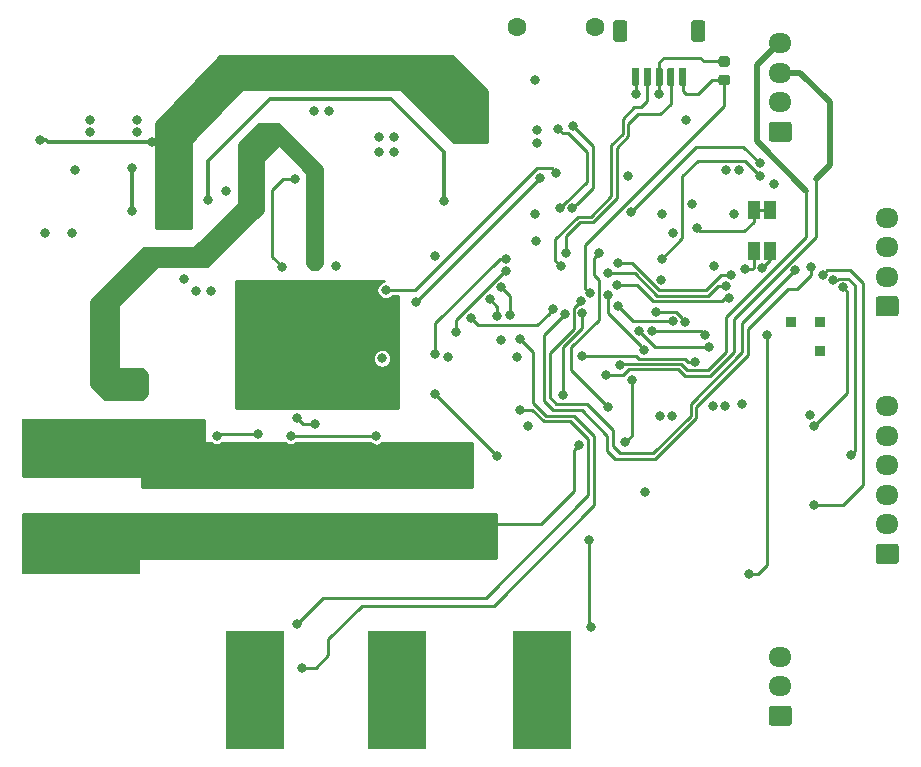
<source format=gbr>
G04 #@! TF.GenerationSoftware,KiCad,Pcbnew,(5.1.2)-2*
G04 #@! TF.CreationDate,2020-04-08T13:50:03-07:00*
G04 #@! TF.ProjectId,flatmcu,666c6174-6d63-4752-9e6b-696361645f70,rev?*
G04 #@! TF.SameCoordinates,PX1312d00PY1312d00*
G04 #@! TF.FileFunction,Copper,L4,Bot*
G04 #@! TF.FilePolarity,Positive*
%FSLAX46Y46*%
G04 Gerber Fmt 4.6, Leading zero omitted, Abs format (unit mm)*
G04 Created by KiCad (PCBNEW (5.1.2)-2) date 2020-04-08 13:50:03*
%MOMM*%
%LPD*%
G04 APERTURE LIST*
%ADD10R,0.850000X0.850000*%
%ADD11C,0.575000*%
%ADD12C,0.100000*%
%ADD13C,1.200000*%
%ADD14C,0.600000*%
%ADD15C,1.600000*%
%ADD16O,1.950000X1.700000*%
%ADD17C,1.700000*%
%ADD18C,0.875000*%
%ADD19R,1.000000X1.500000*%
%ADD20R,5.000000X10.000000*%
%ADD21R,10.000000X5.000000*%
%ADD22C,0.800000*%
%ADD23C,0.250000*%
%ADD24C,0.350000*%
%ADD25C,0.500000*%
%ADD26C,0.254000*%
G04 APERTURE END LIST*
D10*
X70900000Y-31400000D03*
X73400000Y-31400000D03*
X73400000Y-33900000D03*
D11*
X32775000Y-33109875D03*
X32775000Y-31866125D03*
X31625000Y-34353625D03*
X31625000Y-33109875D03*
X31625000Y-31866125D03*
X31625000Y-30622375D03*
X30475000Y-34353625D03*
X30475000Y-33109875D03*
X30475000Y-31866125D03*
X30475000Y-30622375D03*
X29325000Y-33109875D03*
X29325000Y-31866125D03*
D12*
G36*
X63424505Y-5876204D02*
G01*
X63448773Y-5879804D01*
X63472572Y-5885765D01*
X63495671Y-5894030D01*
X63517850Y-5904520D01*
X63538893Y-5917132D01*
X63558599Y-5931747D01*
X63576777Y-5948223D01*
X63593253Y-5966401D01*
X63607868Y-5986107D01*
X63620480Y-6007150D01*
X63630970Y-6029329D01*
X63639235Y-6052428D01*
X63645196Y-6076227D01*
X63648796Y-6100495D01*
X63650000Y-6124999D01*
X63650000Y-7425001D01*
X63648796Y-7449505D01*
X63645196Y-7473773D01*
X63639235Y-7497572D01*
X63630970Y-7520671D01*
X63620480Y-7542850D01*
X63607868Y-7563893D01*
X63593253Y-7583599D01*
X63576777Y-7601777D01*
X63558599Y-7618253D01*
X63538893Y-7632868D01*
X63517850Y-7645480D01*
X63495671Y-7655970D01*
X63472572Y-7664235D01*
X63448773Y-7670196D01*
X63424505Y-7673796D01*
X63400001Y-7675000D01*
X62699999Y-7675000D01*
X62675495Y-7673796D01*
X62651227Y-7670196D01*
X62627428Y-7664235D01*
X62604329Y-7655970D01*
X62582150Y-7645480D01*
X62561107Y-7632868D01*
X62541401Y-7618253D01*
X62523223Y-7601777D01*
X62506747Y-7583599D01*
X62492132Y-7563893D01*
X62479520Y-7542850D01*
X62469030Y-7520671D01*
X62460765Y-7497572D01*
X62454804Y-7473773D01*
X62451204Y-7449505D01*
X62450000Y-7425001D01*
X62450000Y-6124999D01*
X62451204Y-6100495D01*
X62454804Y-6076227D01*
X62460765Y-6052428D01*
X62469030Y-6029329D01*
X62479520Y-6007150D01*
X62492132Y-5986107D01*
X62506747Y-5966401D01*
X62523223Y-5948223D01*
X62541401Y-5931747D01*
X62561107Y-5917132D01*
X62582150Y-5904520D01*
X62604329Y-5894030D01*
X62627428Y-5885765D01*
X62651227Y-5879804D01*
X62675495Y-5876204D01*
X62699999Y-5875000D01*
X63400001Y-5875000D01*
X63424505Y-5876204D01*
X63424505Y-5876204D01*
G37*
D13*
X63050000Y-6775000D03*
D12*
G36*
X56824505Y-5876204D02*
G01*
X56848773Y-5879804D01*
X56872572Y-5885765D01*
X56895671Y-5894030D01*
X56917850Y-5904520D01*
X56938893Y-5917132D01*
X56958599Y-5931747D01*
X56976777Y-5948223D01*
X56993253Y-5966401D01*
X57007868Y-5986107D01*
X57020480Y-6007150D01*
X57030970Y-6029329D01*
X57039235Y-6052428D01*
X57045196Y-6076227D01*
X57048796Y-6100495D01*
X57050000Y-6124999D01*
X57050000Y-7425001D01*
X57048796Y-7449505D01*
X57045196Y-7473773D01*
X57039235Y-7497572D01*
X57030970Y-7520671D01*
X57020480Y-7542850D01*
X57007868Y-7563893D01*
X56993253Y-7583599D01*
X56976777Y-7601777D01*
X56958599Y-7618253D01*
X56938893Y-7632868D01*
X56917850Y-7645480D01*
X56895671Y-7655970D01*
X56872572Y-7664235D01*
X56848773Y-7670196D01*
X56824505Y-7673796D01*
X56800001Y-7675000D01*
X56099999Y-7675000D01*
X56075495Y-7673796D01*
X56051227Y-7670196D01*
X56027428Y-7664235D01*
X56004329Y-7655970D01*
X55982150Y-7645480D01*
X55961107Y-7632868D01*
X55941401Y-7618253D01*
X55923223Y-7601777D01*
X55906747Y-7583599D01*
X55892132Y-7563893D01*
X55879520Y-7542850D01*
X55869030Y-7520671D01*
X55860765Y-7497572D01*
X55854804Y-7473773D01*
X55851204Y-7449505D01*
X55850000Y-7425001D01*
X55850000Y-6124999D01*
X55851204Y-6100495D01*
X55854804Y-6076227D01*
X55860765Y-6052428D01*
X55869030Y-6029329D01*
X55879520Y-6007150D01*
X55892132Y-5986107D01*
X55906747Y-5966401D01*
X55923223Y-5948223D01*
X55941401Y-5931747D01*
X55961107Y-5917132D01*
X55982150Y-5904520D01*
X56004329Y-5894030D01*
X56027428Y-5885765D01*
X56051227Y-5879804D01*
X56075495Y-5876204D01*
X56099999Y-5875000D01*
X56800001Y-5875000D01*
X56824505Y-5876204D01*
X56824505Y-5876204D01*
G37*
D13*
X56450000Y-6775000D03*
D12*
G36*
X61914703Y-9875722D02*
G01*
X61929264Y-9877882D01*
X61943543Y-9881459D01*
X61957403Y-9886418D01*
X61970710Y-9892712D01*
X61983336Y-9900280D01*
X61995159Y-9909048D01*
X62006066Y-9918934D01*
X62015952Y-9929841D01*
X62024720Y-9941664D01*
X62032288Y-9954290D01*
X62038582Y-9967597D01*
X62043541Y-9981457D01*
X62047118Y-9995736D01*
X62049278Y-10010297D01*
X62050000Y-10025000D01*
X62050000Y-11275000D01*
X62049278Y-11289703D01*
X62047118Y-11304264D01*
X62043541Y-11318543D01*
X62038582Y-11332403D01*
X62032288Y-11345710D01*
X62024720Y-11358336D01*
X62015952Y-11370159D01*
X62006066Y-11381066D01*
X61995159Y-11390952D01*
X61983336Y-11399720D01*
X61970710Y-11407288D01*
X61957403Y-11413582D01*
X61943543Y-11418541D01*
X61929264Y-11422118D01*
X61914703Y-11424278D01*
X61900000Y-11425000D01*
X61600000Y-11425000D01*
X61585297Y-11424278D01*
X61570736Y-11422118D01*
X61556457Y-11418541D01*
X61542597Y-11413582D01*
X61529290Y-11407288D01*
X61516664Y-11399720D01*
X61504841Y-11390952D01*
X61493934Y-11381066D01*
X61484048Y-11370159D01*
X61475280Y-11358336D01*
X61467712Y-11345710D01*
X61461418Y-11332403D01*
X61456459Y-11318543D01*
X61452882Y-11304264D01*
X61450722Y-11289703D01*
X61450000Y-11275000D01*
X61450000Y-10025000D01*
X61450722Y-10010297D01*
X61452882Y-9995736D01*
X61456459Y-9981457D01*
X61461418Y-9967597D01*
X61467712Y-9954290D01*
X61475280Y-9941664D01*
X61484048Y-9929841D01*
X61493934Y-9918934D01*
X61504841Y-9909048D01*
X61516664Y-9900280D01*
X61529290Y-9892712D01*
X61542597Y-9886418D01*
X61556457Y-9881459D01*
X61570736Y-9877882D01*
X61585297Y-9875722D01*
X61600000Y-9875000D01*
X61900000Y-9875000D01*
X61914703Y-9875722D01*
X61914703Y-9875722D01*
G37*
D14*
X61750000Y-10650000D03*
D12*
G36*
X60914703Y-9875722D02*
G01*
X60929264Y-9877882D01*
X60943543Y-9881459D01*
X60957403Y-9886418D01*
X60970710Y-9892712D01*
X60983336Y-9900280D01*
X60995159Y-9909048D01*
X61006066Y-9918934D01*
X61015952Y-9929841D01*
X61024720Y-9941664D01*
X61032288Y-9954290D01*
X61038582Y-9967597D01*
X61043541Y-9981457D01*
X61047118Y-9995736D01*
X61049278Y-10010297D01*
X61050000Y-10025000D01*
X61050000Y-11275000D01*
X61049278Y-11289703D01*
X61047118Y-11304264D01*
X61043541Y-11318543D01*
X61038582Y-11332403D01*
X61032288Y-11345710D01*
X61024720Y-11358336D01*
X61015952Y-11370159D01*
X61006066Y-11381066D01*
X60995159Y-11390952D01*
X60983336Y-11399720D01*
X60970710Y-11407288D01*
X60957403Y-11413582D01*
X60943543Y-11418541D01*
X60929264Y-11422118D01*
X60914703Y-11424278D01*
X60900000Y-11425000D01*
X60600000Y-11425000D01*
X60585297Y-11424278D01*
X60570736Y-11422118D01*
X60556457Y-11418541D01*
X60542597Y-11413582D01*
X60529290Y-11407288D01*
X60516664Y-11399720D01*
X60504841Y-11390952D01*
X60493934Y-11381066D01*
X60484048Y-11370159D01*
X60475280Y-11358336D01*
X60467712Y-11345710D01*
X60461418Y-11332403D01*
X60456459Y-11318543D01*
X60452882Y-11304264D01*
X60450722Y-11289703D01*
X60450000Y-11275000D01*
X60450000Y-10025000D01*
X60450722Y-10010297D01*
X60452882Y-9995736D01*
X60456459Y-9981457D01*
X60461418Y-9967597D01*
X60467712Y-9954290D01*
X60475280Y-9941664D01*
X60484048Y-9929841D01*
X60493934Y-9918934D01*
X60504841Y-9909048D01*
X60516664Y-9900280D01*
X60529290Y-9892712D01*
X60542597Y-9886418D01*
X60556457Y-9881459D01*
X60570736Y-9877882D01*
X60585297Y-9875722D01*
X60600000Y-9875000D01*
X60900000Y-9875000D01*
X60914703Y-9875722D01*
X60914703Y-9875722D01*
G37*
D14*
X60750000Y-10650000D03*
D12*
G36*
X59914703Y-9875722D02*
G01*
X59929264Y-9877882D01*
X59943543Y-9881459D01*
X59957403Y-9886418D01*
X59970710Y-9892712D01*
X59983336Y-9900280D01*
X59995159Y-9909048D01*
X60006066Y-9918934D01*
X60015952Y-9929841D01*
X60024720Y-9941664D01*
X60032288Y-9954290D01*
X60038582Y-9967597D01*
X60043541Y-9981457D01*
X60047118Y-9995736D01*
X60049278Y-10010297D01*
X60050000Y-10025000D01*
X60050000Y-11275000D01*
X60049278Y-11289703D01*
X60047118Y-11304264D01*
X60043541Y-11318543D01*
X60038582Y-11332403D01*
X60032288Y-11345710D01*
X60024720Y-11358336D01*
X60015952Y-11370159D01*
X60006066Y-11381066D01*
X59995159Y-11390952D01*
X59983336Y-11399720D01*
X59970710Y-11407288D01*
X59957403Y-11413582D01*
X59943543Y-11418541D01*
X59929264Y-11422118D01*
X59914703Y-11424278D01*
X59900000Y-11425000D01*
X59600000Y-11425000D01*
X59585297Y-11424278D01*
X59570736Y-11422118D01*
X59556457Y-11418541D01*
X59542597Y-11413582D01*
X59529290Y-11407288D01*
X59516664Y-11399720D01*
X59504841Y-11390952D01*
X59493934Y-11381066D01*
X59484048Y-11370159D01*
X59475280Y-11358336D01*
X59467712Y-11345710D01*
X59461418Y-11332403D01*
X59456459Y-11318543D01*
X59452882Y-11304264D01*
X59450722Y-11289703D01*
X59450000Y-11275000D01*
X59450000Y-10025000D01*
X59450722Y-10010297D01*
X59452882Y-9995736D01*
X59456459Y-9981457D01*
X59461418Y-9967597D01*
X59467712Y-9954290D01*
X59475280Y-9941664D01*
X59484048Y-9929841D01*
X59493934Y-9918934D01*
X59504841Y-9909048D01*
X59516664Y-9900280D01*
X59529290Y-9892712D01*
X59542597Y-9886418D01*
X59556457Y-9881459D01*
X59570736Y-9877882D01*
X59585297Y-9875722D01*
X59600000Y-9875000D01*
X59900000Y-9875000D01*
X59914703Y-9875722D01*
X59914703Y-9875722D01*
G37*
D14*
X59750000Y-10650000D03*
D12*
G36*
X58914703Y-9875722D02*
G01*
X58929264Y-9877882D01*
X58943543Y-9881459D01*
X58957403Y-9886418D01*
X58970710Y-9892712D01*
X58983336Y-9900280D01*
X58995159Y-9909048D01*
X59006066Y-9918934D01*
X59015952Y-9929841D01*
X59024720Y-9941664D01*
X59032288Y-9954290D01*
X59038582Y-9967597D01*
X59043541Y-9981457D01*
X59047118Y-9995736D01*
X59049278Y-10010297D01*
X59050000Y-10025000D01*
X59050000Y-11275000D01*
X59049278Y-11289703D01*
X59047118Y-11304264D01*
X59043541Y-11318543D01*
X59038582Y-11332403D01*
X59032288Y-11345710D01*
X59024720Y-11358336D01*
X59015952Y-11370159D01*
X59006066Y-11381066D01*
X58995159Y-11390952D01*
X58983336Y-11399720D01*
X58970710Y-11407288D01*
X58957403Y-11413582D01*
X58943543Y-11418541D01*
X58929264Y-11422118D01*
X58914703Y-11424278D01*
X58900000Y-11425000D01*
X58600000Y-11425000D01*
X58585297Y-11424278D01*
X58570736Y-11422118D01*
X58556457Y-11418541D01*
X58542597Y-11413582D01*
X58529290Y-11407288D01*
X58516664Y-11399720D01*
X58504841Y-11390952D01*
X58493934Y-11381066D01*
X58484048Y-11370159D01*
X58475280Y-11358336D01*
X58467712Y-11345710D01*
X58461418Y-11332403D01*
X58456459Y-11318543D01*
X58452882Y-11304264D01*
X58450722Y-11289703D01*
X58450000Y-11275000D01*
X58450000Y-10025000D01*
X58450722Y-10010297D01*
X58452882Y-9995736D01*
X58456459Y-9981457D01*
X58461418Y-9967597D01*
X58467712Y-9954290D01*
X58475280Y-9941664D01*
X58484048Y-9929841D01*
X58493934Y-9918934D01*
X58504841Y-9909048D01*
X58516664Y-9900280D01*
X58529290Y-9892712D01*
X58542597Y-9886418D01*
X58556457Y-9881459D01*
X58570736Y-9877882D01*
X58585297Y-9875722D01*
X58600000Y-9875000D01*
X58900000Y-9875000D01*
X58914703Y-9875722D01*
X58914703Y-9875722D01*
G37*
D14*
X58750000Y-10650000D03*
D12*
G36*
X57914703Y-9875722D02*
G01*
X57929264Y-9877882D01*
X57943543Y-9881459D01*
X57957403Y-9886418D01*
X57970710Y-9892712D01*
X57983336Y-9900280D01*
X57995159Y-9909048D01*
X58006066Y-9918934D01*
X58015952Y-9929841D01*
X58024720Y-9941664D01*
X58032288Y-9954290D01*
X58038582Y-9967597D01*
X58043541Y-9981457D01*
X58047118Y-9995736D01*
X58049278Y-10010297D01*
X58050000Y-10025000D01*
X58050000Y-11275000D01*
X58049278Y-11289703D01*
X58047118Y-11304264D01*
X58043541Y-11318543D01*
X58038582Y-11332403D01*
X58032288Y-11345710D01*
X58024720Y-11358336D01*
X58015952Y-11370159D01*
X58006066Y-11381066D01*
X57995159Y-11390952D01*
X57983336Y-11399720D01*
X57970710Y-11407288D01*
X57957403Y-11413582D01*
X57943543Y-11418541D01*
X57929264Y-11422118D01*
X57914703Y-11424278D01*
X57900000Y-11425000D01*
X57600000Y-11425000D01*
X57585297Y-11424278D01*
X57570736Y-11422118D01*
X57556457Y-11418541D01*
X57542597Y-11413582D01*
X57529290Y-11407288D01*
X57516664Y-11399720D01*
X57504841Y-11390952D01*
X57493934Y-11381066D01*
X57484048Y-11370159D01*
X57475280Y-11358336D01*
X57467712Y-11345710D01*
X57461418Y-11332403D01*
X57456459Y-11318543D01*
X57452882Y-11304264D01*
X57450722Y-11289703D01*
X57450000Y-11275000D01*
X57450000Y-10025000D01*
X57450722Y-10010297D01*
X57452882Y-9995736D01*
X57456459Y-9981457D01*
X57461418Y-9967597D01*
X57467712Y-9954290D01*
X57475280Y-9941664D01*
X57484048Y-9929841D01*
X57493934Y-9918934D01*
X57504841Y-9909048D01*
X57516664Y-9900280D01*
X57529290Y-9892712D01*
X57542597Y-9886418D01*
X57556457Y-9881459D01*
X57570736Y-9877882D01*
X57585297Y-9875722D01*
X57600000Y-9875000D01*
X57900000Y-9875000D01*
X57914703Y-9875722D01*
X57914703Y-9875722D01*
G37*
D14*
X57750000Y-10650000D03*
D15*
X54300000Y-6450000D03*
X47700000Y-6450000D03*
D16*
X79050000Y-38550000D03*
X79050000Y-41050000D03*
X79050000Y-43550000D03*
X79050000Y-46050000D03*
X79050000Y-48550000D03*
D12*
G36*
X79799504Y-50201204D02*
G01*
X79823773Y-50204804D01*
X79847571Y-50210765D01*
X79870671Y-50219030D01*
X79892849Y-50229520D01*
X79913893Y-50242133D01*
X79933598Y-50256747D01*
X79951777Y-50273223D01*
X79968253Y-50291402D01*
X79982867Y-50311107D01*
X79995480Y-50332151D01*
X80005970Y-50354329D01*
X80014235Y-50377429D01*
X80020196Y-50401227D01*
X80023796Y-50425496D01*
X80025000Y-50450000D01*
X80025000Y-51650000D01*
X80023796Y-51674504D01*
X80020196Y-51698773D01*
X80014235Y-51722571D01*
X80005970Y-51745671D01*
X79995480Y-51767849D01*
X79982867Y-51788893D01*
X79968253Y-51808598D01*
X79951777Y-51826777D01*
X79933598Y-51843253D01*
X79913893Y-51857867D01*
X79892849Y-51870480D01*
X79870671Y-51880970D01*
X79847571Y-51889235D01*
X79823773Y-51895196D01*
X79799504Y-51898796D01*
X79775000Y-51900000D01*
X78325000Y-51900000D01*
X78300496Y-51898796D01*
X78276227Y-51895196D01*
X78252429Y-51889235D01*
X78229329Y-51880970D01*
X78207151Y-51870480D01*
X78186107Y-51857867D01*
X78166402Y-51843253D01*
X78148223Y-51826777D01*
X78131747Y-51808598D01*
X78117133Y-51788893D01*
X78104520Y-51767849D01*
X78094030Y-51745671D01*
X78085765Y-51722571D01*
X78079804Y-51698773D01*
X78076204Y-51674504D01*
X78075000Y-51650000D01*
X78075000Y-50450000D01*
X78076204Y-50425496D01*
X78079804Y-50401227D01*
X78085765Y-50377429D01*
X78094030Y-50354329D01*
X78104520Y-50332151D01*
X78117133Y-50311107D01*
X78131747Y-50291402D01*
X78148223Y-50273223D01*
X78166402Y-50256747D01*
X78186107Y-50242133D01*
X78207151Y-50229520D01*
X78229329Y-50219030D01*
X78252429Y-50210765D01*
X78276227Y-50204804D01*
X78300496Y-50201204D01*
X78325000Y-50200000D01*
X79775000Y-50200000D01*
X79799504Y-50201204D01*
X79799504Y-50201204D01*
G37*
D17*
X79050000Y-51050000D03*
D12*
G36*
X65527691Y-8926053D02*
G01*
X65548926Y-8929203D01*
X65569750Y-8934419D01*
X65589962Y-8941651D01*
X65609368Y-8950830D01*
X65627781Y-8961866D01*
X65645024Y-8974654D01*
X65660930Y-8989070D01*
X65675346Y-9004976D01*
X65688134Y-9022219D01*
X65699170Y-9040632D01*
X65708349Y-9060038D01*
X65715581Y-9080250D01*
X65720797Y-9101074D01*
X65723947Y-9122309D01*
X65725000Y-9143750D01*
X65725000Y-9581250D01*
X65723947Y-9602691D01*
X65720797Y-9623926D01*
X65715581Y-9644750D01*
X65708349Y-9664962D01*
X65699170Y-9684368D01*
X65688134Y-9702781D01*
X65675346Y-9720024D01*
X65660930Y-9735930D01*
X65645024Y-9750346D01*
X65627781Y-9763134D01*
X65609368Y-9774170D01*
X65589962Y-9783349D01*
X65569750Y-9790581D01*
X65548926Y-9795797D01*
X65527691Y-9798947D01*
X65506250Y-9800000D01*
X64993750Y-9800000D01*
X64972309Y-9798947D01*
X64951074Y-9795797D01*
X64930250Y-9790581D01*
X64910038Y-9783349D01*
X64890632Y-9774170D01*
X64872219Y-9763134D01*
X64854976Y-9750346D01*
X64839070Y-9735930D01*
X64824654Y-9720024D01*
X64811866Y-9702781D01*
X64800830Y-9684368D01*
X64791651Y-9664962D01*
X64784419Y-9644750D01*
X64779203Y-9623926D01*
X64776053Y-9602691D01*
X64775000Y-9581250D01*
X64775000Y-9143750D01*
X64776053Y-9122309D01*
X64779203Y-9101074D01*
X64784419Y-9080250D01*
X64791651Y-9060038D01*
X64800830Y-9040632D01*
X64811866Y-9022219D01*
X64824654Y-9004976D01*
X64839070Y-8989070D01*
X64854976Y-8974654D01*
X64872219Y-8961866D01*
X64890632Y-8950830D01*
X64910038Y-8941651D01*
X64930250Y-8934419D01*
X64951074Y-8929203D01*
X64972309Y-8926053D01*
X64993750Y-8925000D01*
X65506250Y-8925000D01*
X65527691Y-8926053D01*
X65527691Y-8926053D01*
G37*
D18*
X65250000Y-9362500D03*
D12*
G36*
X65527691Y-10501053D02*
G01*
X65548926Y-10504203D01*
X65569750Y-10509419D01*
X65589962Y-10516651D01*
X65609368Y-10525830D01*
X65627781Y-10536866D01*
X65645024Y-10549654D01*
X65660930Y-10564070D01*
X65675346Y-10579976D01*
X65688134Y-10597219D01*
X65699170Y-10615632D01*
X65708349Y-10635038D01*
X65715581Y-10655250D01*
X65720797Y-10676074D01*
X65723947Y-10697309D01*
X65725000Y-10718750D01*
X65725000Y-11156250D01*
X65723947Y-11177691D01*
X65720797Y-11198926D01*
X65715581Y-11219750D01*
X65708349Y-11239962D01*
X65699170Y-11259368D01*
X65688134Y-11277781D01*
X65675346Y-11295024D01*
X65660930Y-11310930D01*
X65645024Y-11325346D01*
X65627781Y-11338134D01*
X65609368Y-11349170D01*
X65589962Y-11358349D01*
X65569750Y-11365581D01*
X65548926Y-11370797D01*
X65527691Y-11373947D01*
X65506250Y-11375000D01*
X64993750Y-11375000D01*
X64972309Y-11373947D01*
X64951074Y-11370797D01*
X64930250Y-11365581D01*
X64910038Y-11358349D01*
X64890632Y-11349170D01*
X64872219Y-11338134D01*
X64854976Y-11325346D01*
X64839070Y-11310930D01*
X64824654Y-11295024D01*
X64811866Y-11277781D01*
X64800830Y-11259368D01*
X64791651Y-11239962D01*
X64784419Y-11219750D01*
X64779203Y-11198926D01*
X64776053Y-11177691D01*
X64775000Y-11156250D01*
X64775000Y-10718750D01*
X64776053Y-10697309D01*
X64779203Y-10676074D01*
X64784419Y-10655250D01*
X64791651Y-10635038D01*
X64800830Y-10615632D01*
X64811866Y-10597219D01*
X64824654Y-10579976D01*
X64839070Y-10564070D01*
X64854976Y-10549654D01*
X64872219Y-10536866D01*
X64890632Y-10525830D01*
X64910038Y-10516651D01*
X64930250Y-10509419D01*
X64951074Y-10504203D01*
X64972309Y-10501053D01*
X64993750Y-10500000D01*
X65506250Y-10500000D01*
X65527691Y-10501053D01*
X65527691Y-10501053D01*
G37*
D18*
X65250000Y-10937500D03*
D19*
X67750000Y-21950000D03*
X69150000Y-21950000D03*
X67750000Y-25450000D03*
X69150000Y-25450000D03*
D12*
G36*
X70749504Y-63901204D02*
G01*
X70773773Y-63904804D01*
X70797571Y-63910765D01*
X70820671Y-63919030D01*
X70842849Y-63929520D01*
X70863893Y-63942133D01*
X70883598Y-63956747D01*
X70901777Y-63973223D01*
X70918253Y-63991402D01*
X70932867Y-64011107D01*
X70945480Y-64032151D01*
X70955970Y-64054329D01*
X70964235Y-64077429D01*
X70970196Y-64101227D01*
X70973796Y-64125496D01*
X70975000Y-64150000D01*
X70975000Y-65350000D01*
X70973796Y-65374504D01*
X70970196Y-65398773D01*
X70964235Y-65422571D01*
X70955970Y-65445671D01*
X70945480Y-65467849D01*
X70932867Y-65488893D01*
X70918253Y-65508598D01*
X70901777Y-65526777D01*
X70883598Y-65543253D01*
X70863893Y-65557867D01*
X70842849Y-65570480D01*
X70820671Y-65580970D01*
X70797571Y-65589235D01*
X70773773Y-65595196D01*
X70749504Y-65598796D01*
X70725000Y-65600000D01*
X69275000Y-65600000D01*
X69250496Y-65598796D01*
X69226227Y-65595196D01*
X69202429Y-65589235D01*
X69179329Y-65580970D01*
X69157151Y-65570480D01*
X69136107Y-65557867D01*
X69116402Y-65543253D01*
X69098223Y-65526777D01*
X69081747Y-65508598D01*
X69067133Y-65488893D01*
X69054520Y-65467849D01*
X69044030Y-65445671D01*
X69035765Y-65422571D01*
X69029804Y-65398773D01*
X69026204Y-65374504D01*
X69025000Y-65350000D01*
X69025000Y-64150000D01*
X69026204Y-64125496D01*
X69029804Y-64101227D01*
X69035765Y-64077429D01*
X69044030Y-64054329D01*
X69054520Y-64032151D01*
X69067133Y-64011107D01*
X69081747Y-63991402D01*
X69098223Y-63973223D01*
X69116402Y-63956747D01*
X69136107Y-63942133D01*
X69157151Y-63929520D01*
X69179329Y-63919030D01*
X69202429Y-63910765D01*
X69226227Y-63904804D01*
X69250496Y-63901204D01*
X69275000Y-63900000D01*
X70725000Y-63900000D01*
X70749504Y-63901204D01*
X70749504Y-63901204D01*
G37*
D17*
X70000000Y-64750000D03*
D16*
X70000000Y-62250000D03*
X70000000Y-59750000D03*
D20*
X25550000Y-62550000D03*
X37550000Y-62550000D03*
X49800000Y-62550000D03*
D12*
G36*
X70749504Y-14451204D02*
G01*
X70773773Y-14454804D01*
X70797571Y-14460765D01*
X70820671Y-14469030D01*
X70842849Y-14479520D01*
X70863893Y-14492133D01*
X70883598Y-14506747D01*
X70901777Y-14523223D01*
X70918253Y-14541402D01*
X70932867Y-14561107D01*
X70945480Y-14582151D01*
X70955970Y-14604329D01*
X70964235Y-14627429D01*
X70970196Y-14651227D01*
X70973796Y-14675496D01*
X70975000Y-14700000D01*
X70975000Y-15900000D01*
X70973796Y-15924504D01*
X70970196Y-15948773D01*
X70964235Y-15972571D01*
X70955970Y-15995671D01*
X70945480Y-16017849D01*
X70932867Y-16038893D01*
X70918253Y-16058598D01*
X70901777Y-16076777D01*
X70883598Y-16093253D01*
X70863893Y-16107867D01*
X70842849Y-16120480D01*
X70820671Y-16130970D01*
X70797571Y-16139235D01*
X70773773Y-16145196D01*
X70749504Y-16148796D01*
X70725000Y-16150000D01*
X69275000Y-16150000D01*
X69250496Y-16148796D01*
X69226227Y-16145196D01*
X69202429Y-16139235D01*
X69179329Y-16130970D01*
X69157151Y-16120480D01*
X69136107Y-16107867D01*
X69116402Y-16093253D01*
X69098223Y-16076777D01*
X69081747Y-16058598D01*
X69067133Y-16038893D01*
X69054520Y-16017849D01*
X69044030Y-15995671D01*
X69035765Y-15972571D01*
X69029804Y-15948773D01*
X69026204Y-15924504D01*
X69025000Y-15900000D01*
X69025000Y-14700000D01*
X69026204Y-14675496D01*
X69029804Y-14651227D01*
X69035765Y-14627429D01*
X69044030Y-14604329D01*
X69054520Y-14582151D01*
X69067133Y-14561107D01*
X69081747Y-14541402D01*
X69098223Y-14523223D01*
X69116402Y-14506747D01*
X69136107Y-14492133D01*
X69157151Y-14479520D01*
X69179329Y-14469030D01*
X69202429Y-14460765D01*
X69226227Y-14454804D01*
X69250496Y-14451204D01*
X69275000Y-14450000D01*
X70725000Y-14450000D01*
X70749504Y-14451204D01*
X70749504Y-14451204D01*
G37*
D17*
X70000000Y-15300000D03*
D16*
X70000000Y-12800000D03*
X70000000Y-10300000D03*
X70000000Y-7800000D03*
X79050000Y-22600000D03*
X79050000Y-25100000D03*
X79050000Y-27600000D03*
D12*
G36*
X79799504Y-29251204D02*
G01*
X79823773Y-29254804D01*
X79847571Y-29260765D01*
X79870671Y-29269030D01*
X79892849Y-29279520D01*
X79913893Y-29292133D01*
X79933598Y-29306747D01*
X79951777Y-29323223D01*
X79968253Y-29341402D01*
X79982867Y-29361107D01*
X79995480Y-29382151D01*
X80005970Y-29404329D01*
X80014235Y-29427429D01*
X80020196Y-29451227D01*
X80023796Y-29475496D01*
X80025000Y-29500000D01*
X80025000Y-30700000D01*
X80023796Y-30724504D01*
X80020196Y-30748773D01*
X80014235Y-30772571D01*
X80005970Y-30795671D01*
X79995480Y-30817849D01*
X79982867Y-30838893D01*
X79968253Y-30858598D01*
X79951777Y-30876777D01*
X79933598Y-30893253D01*
X79913893Y-30907867D01*
X79892849Y-30920480D01*
X79870671Y-30930970D01*
X79847571Y-30939235D01*
X79823773Y-30945196D01*
X79799504Y-30948796D01*
X79775000Y-30950000D01*
X78325000Y-30950000D01*
X78300496Y-30948796D01*
X78276227Y-30945196D01*
X78252429Y-30939235D01*
X78229329Y-30930970D01*
X78207151Y-30920480D01*
X78186107Y-30907867D01*
X78166402Y-30893253D01*
X78148223Y-30876777D01*
X78131747Y-30858598D01*
X78117133Y-30838893D01*
X78104520Y-30817849D01*
X78094030Y-30795671D01*
X78085765Y-30772571D01*
X78079804Y-30748773D01*
X78076204Y-30724504D01*
X78075000Y-30700000D01*
X78075000Y-29500000D01*
X78076204Y-29475496D01*
X78079804Y-29451227D01*
X78085765Y-29427429D01*
X78094030Y-29404329D01*
X78104520Y-29382151D01*
X78117133Y-29361107D01*
X78131747Y-29341402D01*
X78148223Y-29323223D01*
X78166402Y-29306747D01*
X78186107Y-29292133D01*
X78207151Y-29279520D01*
X78229329Y-29269030D01*
X78252429Y-29260765D01*
X78276227Y-29254804D01*
X78300496Y-29251204D01*
X78325000Y-29250000D01*
X79775000Y-29250000D01*
X79799504Y-29251204D01*
X79799504Y-29251204D01*
G37*
D17*
X79050000Y-30100000D03*
D21*
X10800000Y-50300000D03*
X10800000Y-42050000D03*
D22*
X13800000Y-40050000D03*
X13800000Y-41300000D03*
X13800000Y-42550000D03*
X41800000Y-42300000D03*
X42550000Y-43050000D03*
X41800000Y-43800000D03*
X42550000Y-44550000D03*
X38800000Y-43800000D03*
X38800000Y-42300000D03*
X39550000Y-43050000D03*
X39550000Y-44550000D03*
X41850000Y-34400000D03*
X69500000Y-19700000D03*
X66050000Y-22250000D03*
X48650000Y-40250000D03*
X32350000Y-26700000D03*
X40800000Y-25800000D03*
X58550000Y-45800000D03*
X47750000Y-34400000D03*
X59900000Y-27825000D03*
X64400000Y-26700000D03*
X60900000Y-23900000D03*
X49250000Y-22250000D03*
X66800000Y-38400000D03*
X72500000Y-39275000D03*
X11550000Y-14300000D03*
X11550000Y-15300000D03*
X62500000Y-21400000D03*
X49200000Y-10900000D03*
X30550000Y-13550000D03*
X31800000Y-13550000D03*
X13800000Y-43800000D03*
X15050000Y-43800000D03*
X15050000Y-40050000D03*
X15050000Y-41300000D03*
X15050000Y-42550000D03*
X62012500Y-14287500D03*
X59750000Y-12150000D03*
X21800000Y-28800000D03*
X20550000Y-28800000D03*
X19550000Y-27800000D03*
X49400000Y-16300000D03*
X49400000Y-15200000D03*
X59800000Y-39400000D03*
X60800000Y-39400000D03*
X56250000Y-26450000D03*
X65800000Y-27400000D03*
X73600000Y-27400000D03*
X72900000Y-46900000D03*
X55437346Y-27312654D03*
X65400000Y-28400000D03*
X74500000Y-27900000D03*
X76000000Y-42700000D03*
X56170730Y-28264017D03*
X65700000Y-29400000D03*
X75300000Y-28500000D03*
X72900000Y-40200000D03*
X53199994Y-34300000D03*
X62800000Y-34800000D03*
X68900000Y-32500000D03*
X67350000Y-52750000D03*
X36050000Y-15800000D03*
X37300000Y-15800000D03*
X36050000Y-17050000D03*
X37300000Y-17050000D03*
X10300000Y-18550000D03*
X15550000Y-14300000D03*
X15550000Y-15300000D03*
X10025000Y-23850000D03*
X7775000Y-23850000D03*
X23050000Y-20300000D03*
X46400000Y-32950000D03*
X36300000Y-34500000D03*
X57100000Y-19100000D03*
X65300000Y-38550000D03*
X65400000Y-18525000D03*
X66500000Y-18525000D03*
X64300000Y-38550000D03*
X13800000Y-48550000D03*
X13800000Y-49800000D03*
X13800000Y-51050000D03*
X13800000Y-52300000D03*
X15050000Y-52300000D03*
X15050000Y-51050000D03*
X15050000Y-49800000D03*
X15050000Y-48550000D03*
X35645000Y-48550000D03*
X36915000Y-48550000D03*
X38185000Y-48550000D03*
X39455000Y-48550000D03*
X45455000Y-48550000D03*
X42915000Y-48550000D03*
X41645000Y-48550000D03*
X44185000Y-48550000D03*
X52925001Y-41824999D03*
X15800000Y-36050000D03*
X14700000Y-36050000D03*
X15800000Y-37150000D03*
X27200000Y-15100000D03*
X26000000Y-15100000D03*
X26600000Y-16000000D03*
X30500000Y-26350000D03*
X14700000Y-37150000D03*
X25750000Y-40900000D03*
X22300000Y-41050000D03*
X41550000Y-21200000D03*
X21550000Y-21050000D03*
X28550000Y-41050000D03*
X35800000Y-41100000D03*
X30575000Y-40050000D03*
X29125000Y-39550000D03*
X59500000Y-30600000D03*
X61978339Y-31392934D03*
X40800000Y-37550000D03*
X45999991Y-42799986D03*
X56250000Y-30100000D03*
X60900000Y-31350000D03*
X56900000Y-41600000D03*
X55400000Y-29100000D03*
X57450000Y-36350000D03*
X58500000Y-33800000D03*
X47950000Y-38850000D03*
X53250000Y-30700000D03*
X51650000Y-37600000D03*
X29100011Y-56950000D03*
X48000000Y-32850000D03*
X59962500Y-22312500D03*
X49300000Y-24550000D03*
X29550000Y-60700000D03*
X62950000Y-23450000D03*
X57750000Y-12150000D03*
X53899952Y-29000000D03*
X67050000Y-26950000D03*
X68474131Y-26851182D03*
X27550000Y-58300000D03*
X26300000Y-58300000D03*
X25050000Y-58300000D03*
X23800000Y-58300000D03*
X26300000Y-59550000D03*
X27550000Y-59550000D03*
X25050000Y-59550000D03*
X23800000Y-59550000D03*
X38050000Y-58300000D03*
X39300000Y-58300000D03*
X36800000Y-58300000D03*
X35550000Y-58300000D03*
X38050000Y-59550000D03*
X36800000Y-59550000D03*
X39300000Y-59550000D03*
X35550000Y-59550000D03*
X53850000Y-49850000D03*
X53950000Y-57250000D03*
X51550000Y-58300000D03*
X50300000Y-58300000D03*
X49050000Y-58300000D03*
X47800000Y-58300000D03*
X47800000Y-59550000D03*
X51550000Y-59550000D03*
X49050000Y-59550000D03*
X50300000Y-59550000D03*
X51400000Y-26700000D03*
X51900000Y-25600000D03*
X55250000Y-35950000D03*
X56450000Y-35025000D03*
X68250000Y-18000000D03*
X57350000Y-22100000D03*
X59950000Y-26100000D03*
X68250000Y-19050000D03*
X53144282Y-29654956D03*
X71250000Y-27050000D03*
X51750000Y-30750000D03*
X72600000Y-26800000D03*
X51199997Y-15050000D03*
X51382227Y-21756907D03*
X52437660Y-14812340D03*
X52380818Y-21810188D03*
X46400000Y-28500000D03*
X47083917Y-30840763D03*
X58050000Y-32200000D03*
X63950001Y-33550000D03*
X59150000Y-32200000D03*
X63600000Y-32500000D03*
X40800000Y-34100000D03*
X46800000Y-26100000D03*
X45400000Y-29500000D03*
X46037175Y-30944142D03*
X42550000Y-32275000D03*
X46800000Y-27100000D03*
X43800000Y-31100000D03*
X50800000Y-30350000D03*
X39200000Y-29700000D03*
X49699998Y-19200000D03*
X36600000Y-28700000D03*
X51050000Y-18825010D03*
X28950000Y-19350000D03*
X27812660Y-26737340D03*
X55450000Y-38600000D03*
X54624952Y-25574990D03*
X44550000Y-14300000D03*
X44550000Y-15300000D03*
X18150000Y-22550000D03*
X19150000Y-22550000D03*
X7300000Y-16050000D03*
X16850000Y-16200000D03*
X15100000Y-18350000D03*
X15100000Y-22050000D03*
D23*
X59750000Y-10650000D02*
X59750000Y-12150000D01*
X59750000Y-10650000D02*
X59750000Y-9450000D01*
X59750000Y-9450000D02*
X60150000Y-9050000D01*
X60150000Y-9050000D02*
X63250000Y-9050000D01*
X63562500Y-9362500D02*
X65250000Y-9362500D01*
X63250000Y-9050000D02*
X63562500Y-9362500D01*
X63700000Y-28700000D02*
X64400000Y-28000000D01*
X59700000Y-28700000D02*
X63700000Y-28700000D01*
X56250000Y-26450000D02*
X57450000Y-26450000D01*
X57450000Y-26450000D02*
X59700000Y-28700000D01*
X64400000Y-28000000D02*
X65000000Y-27400000D01*
X65000000Y-27400000D02*
X65800000Y-27400000D01*
X75300000Y-46900000D02*
X72900000Y-46900000D01*
X77000000Y-45200000D02*
X75300000Y-46900000D01*
X77000000Y-28125000D02*
X77000000Y-45200000D01*
X75875001Y-27000001D02*
X77000000Y-28125000D01*
X73600000Y-27400000D02*
X73999999Y-27000001D01*
X73999999Y-27000001D02*
X75875001Y-27000001D01*
X63900000Y-29200000D02*
X64700000Y-28400000D01*
X59563590Y-29200000D02*
X63900000Y-29200000D01*
X57663590Y-27300000D02*
X59563590Y-29200000D01*
X57500000Y-27300000D02*
X57663590Y-27300000D01*
X55437346Y-27312654D02*
X57487346Y-27312654D01*
X57487346Y-27312654D02*
X57500000Y-27300000D01*
X64700000Y-28400000D02*
X65400000Y-28400000D01*
X74951999Y-27774999D02*
X75774999Y-27774999D01*
X74500000Y-27900000D02*
X74826998Y-27900000D01*
X74826998Y-27900000D02*
X74951999Y-27774999D01*
X76325010Y-42374990D02*
X76000000Y-42700000D01*
X75774999Y-27774999D02*
X76325010Y-28325010D01*
X76325010Y-28325010D02*
X76325010Y-42374990D01*
X65049990Y-29650010D02*
X65300000Y-29400000D01*
X59250010Y-29650010D02*
X65049990Y-29650010D01*
X56170730Y-28264017D02*
X57864017Y-28264017D01*
X57864017Y-28264017D02*
X59250010Y-29650010D01*
X65300000Y-29400000D02*
X65700000Y-29400000D01*
X75675000Y-37425000D02*
X72900000Y-40200000D01*
X75300000Y-28500000D02*
X75675000Y-28875000D01*
X75675000Y-28875000D02*
X75675000Y-37425000D01*
X58051998Y-34525002D02*
X61959317Y-34525002D01*
X62234315Y-34800000D02*
X62800000Y-34800000D01*
X57826996Y-34300000D02*
X58051998Y-34525002D01*
X53199994Y-34300000D02*
X57826996Y-34300000D01*
X61959317Y-34525002D02*
X62234315Y-34800000D01*
X68900000Y-32500000D02*
X68900000Y-51450000D01*
X68900000Y-51450000D02*
X68900000Y-52000000D01*
X68900000Y-52000000D02*
X68150000Y-52750000D01*
X68150000Y-52750000D02*
X67350000Y-52750000D01*
X52525002Y-42224998D02*
X52925001Y-41824999D01*
X52525002Y-45724998D02*
X52525002Y-42224998D01*
X45455000Y-48500000D02*
X49750000Y-48500000D01*
X49750000Y-48500000D02*
X52525002Y-45724998D01*
X22450000Y-40900000D02*
X22300000Y-41050000D01*
X25750000Y-40900000D02*
X22450000Y-40900000D01*
D24*
X21550000Y-20484315D02*
X21550000Y-21050000D01*
X37050000Y-12550000D02*
X26800000Y-12550000D01*
X21550000Y-17800000D02*
X21550000Y-20484315D01*
X41550000Y-17050000D02*
X37050000Y-12550000D01*
X41550000Y-21200000D02*
X41550000Y-17050000D01*
X26800000Y-12550000D02*
X21550000Y-17800000D01*
D23*
X35750000Y-41050000D02*
X35800000Y-41100000D01*
X28550000Y-41050000D02*
X35750000Y-41050000D01*
X30575000Y-40050000D02*
X29625000Y-40050000D01*
X29625000Y-40050000D02*
X29125000Y-39550000D01*
X61578340Y-30992935D02*
X61978339Y-31392934D01*
X61185405Y-30600000D02*
X61578340Y-30992935D01*
X59500000Y-30600000D02*
X61185405Y-30600000D01*
X40800000Y-37550000D02*
X45999991Y-42749991D01*
X45999991Y-42749991D02*
X45999991Y-42799986D01*
X60334315Y-31350000D02*
X60900000Y-31350000D01*
X56250000Y-30100000D02*
X57500000Y-31350000D01*
X57500000Y-31350000D02*
X60334315Y-31350000D01*
X56900000Y-41600000D02*
X57450000Y-41050000D01*
X55400000Y-29100000D02*
X55400000Y-30700000D01*
X55400000Y-30700000D02*
X58100001Y-33400001D01*
X58100001Y-33400001D02*
X58500000Y-33800000D01*
X57450000Y-41050000D02*
X57450000Y-36350000D01*
X51650000Y-34376998D02*
X51650000Y-37600000D01*
X51650000Y-33500000D02*
X51650000Y-34376998D01*
X53250000Y-30700000D02*
X53250000Y-31900000D01*
X53250000Y-31900000D02*
X51650000Y-33500000D01*
X29100011Y-56950000D02*
X31300011Y-54750000D01*
X49013589Y-38850000D02*
X48515685Y-38850000D01*
X31300011Y-54750000D02*
X45050000Y-54750000D01*
X53750000Y-46050000D02*
X53750000Y-41350000D01*
X52200011Y-39800011D02*
X49963600Y-39800011D01*
X48515685Y-38850000D02*
X47950000Y-38850000D01*
X49963600Y-39800011D02*
X49013589Y-38850000D01*
X53750000Y-41350000D02*
X52200011Y-39800011D01*
X45050000Y-54750000D02*
X53750000Y-46050000D01*
X69150000Y-21950000D02*
X67750000Y-21950000D01*
X67750000Y-22950000D02*
X66950000Y-23750000D01*
X67750000Y-21950000D02*
X67750000Y-22950000D01*
X66950000Y-23750000D02*
X63250000Y-23750000D01*
X63250000Y-23750000D02*
X62950000Y-23450000D01*
X57750000Y-10650000D02*
X57750000Y-12150000D01*
X30700000Y-60700000D02*
X29550000Y-60700000D01*
X31750000Y-59650000D02*
X30700000Y-60700000D01*
X31750000Y-58250000D02*
X31750000Y-59650000D01*
X34550000Y-55450000D02*
X31750000Y-58250000D01*
X45750000Y-55450000D02*
X34550000Y-55450000D01*
X49100000Y-33950000D02*
X49100000Y-38300000D01*
X48000000Y-32850000D02*
X49100000Y-33950000D01*
X49100000Y-38300000D02*
X50150000Y-39350000D01*
X50150000Y-39350000D02*
X52550000Y-39350000D01*
X54250000Y-41050000D02*
X54250000Y-46950000D01*
X52550000Y-39350000D02*
X54250000Y-41050000D01*
X54250000Y-46950000D02*
X45750000Y-55450000D01*
X53499953Y-28600001D02*
X53899952Y-29000000D01*
X53499953Y-24900047D02*
X53499953Y-28600001D01*
X65250000Y-10937500D02*
X65250000Y-13150000D01*
X65250000Y-13150000D02*
X53499953Y-24900047D01*
X65250000Y-10937500D02*
X64262500Y-10937500D01*
X64262500Y-10937500D02*
X63050000Y-12150000D01*
X63050000Y-12150000D02*
X62050000Y-12150000D01*
X61750000Y-11850000D02*
X61750000Y-10650000D01*
X62050000Y-12150000D02*
X61750000Y-11850000D01*
X67615685Y-26950000D02*
X67750000Y-26815685D01*
X67050000Y-26950000D02*
X67615685Y-26950000D01*
X67750000Y-26815685D02*
X67750000Y-25450000D01*
X69150000Y-25450000D02*
X69150000Y-26175313D01*
X69150000Y-26175313D02*
X68474131Y-26851182D01*
X53850000Y-49850000D02*
X53850000Y-57150000D01*
X53850000Y-57150000D02*
X53950000Y-57250000D01*
X51400000Y-26700000D02*
X50950000Y-26250000D01*
X50950000Y-24413590D02*
X52863599Y-22499991D01*
X50950000Y-26250000D02*
X50950000Y-24413590D01*
X52863599Y-22499991D02*
X53963599Y-22499991D01*
X53963599Y-22499991D02*
X55699990Y-20763600D01*
X55699990Y-20763600D02*
X55699991Y-16463599D01*
X56699990Y-15463600D02*
X56699990Y-14200010D01*
X55699991Y-16463599D02*
X56699990Y-15463600D01*
X56699990Y-14200010D02*
X57650000Y-13250000D01*
X57650000Y-13250000D02*
X58250000Y-13250000D01*
X58750000Y-12750000D02*
X58750000Y-10650000D01*
X58250000Y-13250000D02*
X58750000Y-12750000D01*
X57150000Y-15650000D02*
X57150000Y-14650000D01*
X57150000Y-14650000D02*
X57950000Y-13850000D01*
X51900000Y-24100000D02*
X53050000Y-22950000D01*
X51900000Y-25600000D02*
X51900000Y-24100000D01*
X53050000Y-22950000D02*
X54150000Y-22950000D01*
X54150000Y-22950000D02*
X56150000Y-20950000D01*
X56150000Y-20950000D02*
X56150000Y-16650000D01*
X56150000Y-16650000D02*
X57150000Y-15650000D01*
X57950000Y-13850000D02*
X59850000Y-13850000D01*
X60750000Y-12950000D02*
X60750000Y-10650000D01*
X59850000Y-13850000D02*
X60750000Y-12950000D01*
X57198976Y-35425024D02*
X56674000Y-35950000D01*
X61375023Y-35425024D02*
X57198976Y-35425024D01*
X61925011Y-35975012D02*
X61375023Y-35425024D01*
X63511388Y-35975012D02*
X61925011Y-35975012D01*
X73050000Y-19386410D02*
X73050000Y-24200000D01*
X73050000Y-24200000D02*
X66099990Y-31150010D01*
X56674000Y-35950000D02*
X55250000Y-35950000D01*
X66099990Y-31150010D02*
X66099990Y-33936420D01*
X66099990Y-33936420D02*
X64061400Y-35975010D01*
X64061400Y-35975010D02*
X63511388Y-35975012D01*
D25*
X74200000Y-18150000D02*
X73050000Y-19300000D01*
X74200000Y-12800000D02*
X74200000Y-18150000D01*
X70000000Y-10300000D02*
X71700000Y-10300000D01*
X71700000Y-10300000D02*
X74200000Y-12800000D01*
D23*
X65400000Y-31000000D02*
X65400000Y-34000000D01*
X70000000Y-7800000D02*
X69875000Y-7800000D01*
X72200000Y-20300000D02*
X72200000Y-24200000D01*
D25*
X69875000Y-7800000D02*
X68000000Y-9675000D01*
X68000000Y-9675000D02*
X68000000Y-16100000D01*
X68000000Y-16100000D02*
X72200000Y-20300000D01*
D23*
X62111411Y-35525001D02*
X61561423Y-34975013D01*
X63874999Y-35525001D02*
X62111411Y-35525001D01*
X65400000Y-34000000D02*
X63874999Y-35525001D01*
X72200000Y-24200000D02*
X65400000Y-31000000D01*
X61561423Y-34975013D02*
X56499987Y-34975013D01*
X56499987Y-34975013D02*
X56450000Y-35025000D01*
X57749999Y-21700001D02*
X57350000Y-22100000D01*
X68250000Y-18000000D02*
X66850000Y-16600000D01*
X66850000Y-16600000D02*
X62850000Y-16600000D01*
X62850000Y-16600000D02*
X57749999Y-21700001D01*
X61700000Y-24350000D02*
X61700000Y-19100000D01*
X63000000Y-17800000D02*
X67000000Y-17800000D01*
X61700000Y-19100000D02*
X63000000Y-17800000D01*
X59950000Y-26100000D02*
X61700000Y-24350000D01*
X67000000Y-17800000D02*
X68250000Y-19050000D01*
X50500000Y-37800000D02*
X50500000Y-34013590D01*
X53625001Y-38325001D02*
X51025001Y-38325001D01*
X55850000Y-40550000D02*
X53625001Y-38325001D01*
X55850000Y-41950000D02*
X55850000Y-40550000D01*
X56450000Y-42550000D02*
X55850000Y-41950000D01*
X51025001Y-38325001D02*
X50500000Y-37800000D01*
X66800000Y-31500000D02*
X66800000Y-34000000D01*
X52524999Y-31988591D02*
X52524999Y-30274239D01*
X71250000Y-27050000D02*
X66800000Y-31500000D01*
X50500000Y-34013590D02*
X52524999Y-31988591D01*
X66800000Y-34000000D02*
X62449989Y-38350011D01*
X62449989Y-38350011D02*
X62449989Y-39350011D01*
X52524999Y-30274239D02*
X53144282Y-29654956D01*
X62449989Y-39350011D02*
X59250000Y-42550000D01*
X59250000Y-42550000D02*
X56450000Y-42550000D01*
X50799990Y-38899990D02*
X50000000Y-38100000D01*
X55350000Y-41050000D02*
X53199990Y-38899990D01*
X62900000Y-39536410D02*
X59386410Y-43050000D01*
X50000000Y-38100000D02*
X50000000Y-32500000D01*
X56050000Y-43050000D02*
X55350000Y-42350000D01*
X59386410Y-43050000D02*
X56050000Y-43050000D01*
X62900000Y-38650000D02*
X62900000Y-39536410D01*
X72600000Y-27473002D02*
X71423002Y-28650000D01*
X72600000Y-26800000D02*
X72600000Y-27473002D01*
X50000000Y-32500000D02*
X51750000Y-30750000D01*
X71423002Y-28650000D02*
X70650000Y-28650000D01*
X55350000Y-42350000D02*
X55350000Y-41050000D01*
X70650000Y-28650000D02*
X67300000Y-32000000D01*
X53199990Y-38899990D02*
X50799990Y-38899990D01*
X67300000Y-32000000D02*
X67300000Y-34250000D01*
X67300000Y-34250000D02*
X62900000Y-38650000D01*
X53600000Y-19539134D02*
X51782226Y-21356908D01*
X53600000Y-17000000D02*
X53600000Y-19539134D01*
X51599996Y-15449999D02*
X52049999Y-15449999D01*
X52049999Y-15449999D02*
X53600000Y-17000000D01*
X51199997Y-15050000D02*
X51599996Y-15449999D01*
X51782226Y-21356908D02*
X51382227Y-21756907D01*
X54150000Y-20041006D02*
X52780817Y-21410189D01*
X54150000Y-16524680D02*
X54150000Y-20041006D01*
X52780817Y-21410189D02*
X52380818Y-21810188D01*
X52437660Y-14812340D02*
X54150000Y-16524680D01*
X47083917Y-30275078D02*
X47083917Y-30840763D01*
X47083917Y-29183917D02*
X47083917Y-30275078D01*
X46400000Y-28500000D02*
X47083917Y-29183917D01*
X58050000Y-32200000D02*
X59400000Y-33550000D01*
X59400000Y-33550000D02*
X63384316Y-33550000D01*
X63384316Y-33550000D02*
X63950001Y-33550000D01*
X59150000Y-32200000D02*
X63300000Y-32200000D01*
X63300000Y-32200000D02*
X63600000Y-32500000D01*
X40800000Y-31534315D02*
X40800000Y-33534315D01*
X46234315Y-26100000D02*
X40800000Y-31534315D01*
X40800000Y-33534315D02*
X40800000Y-34100000D01*
X46800000Y-26100000D02*
X46234315Y-26100000D01*
X46037175Y-30378457D02*
X46037175Y-30944142D01*
X46037175Y-30137175D02*
X46037175Y-30378457D01*
X45400000Y-29500000D02*
X46037175Y-30137175D01*
X46726998Y-27100000D02*
X46800000Y-27100000D01*
X42550000Y-32275000D02*
X42550000Y-31276998D01*
X42550000Y-31276998D02*
X46726998Y-27100000D01*
X49450000Y-31700000D02*
X50400001Y-30749999D01*
X44400000Y-31700000D02*
X49450000Y-31700000D01*
X43800000Y-31100000D02*
X44400000Y-31700000D01*
X50400001Y-30749999D02*
X50800000Y-30350000D01*
X39200000Y-29700000D02*
X39599999Y-29299999D01*
X49299999Y-19599999D02*
X49699998Y-19200000D01*
X39599999Y-29299999D02*
X49299999Y-19599999D01*
X39100000Y-28700000D02*
X49374989Y-18425011D01*
X36600000Y-28700000D02*
X39100000Y-28700000D01*
X49374989Y-18425011D02*
X50650001Y-18425011D01*
X50650001Y-18425011D02*
X51050000Y-18825010D01*
X27812660Y-26712660D02*
X27812660Y-26737340D01*
X27000000Y-25900000D02*
X27812660Y-26712660D01*
X27000000Y-20287500D02*
X27000000Y-25900000D01*
X28950000Y-19350000D02*
X27937500Y-19350000D01*
X27937500Y-19350000D02*
X27000000Y-20287500D01*
X54224953Y-25974989D02*
X54624952Y-25574990D01*
X55450000Y-38600000D02*
X52300000Y-35450000D01*
X52300000Y-35450000D02*
X52300000Y-33550000D01*
X54624952Y-27847955D02*
X54224953Y-27447956D01*
X52300000Y-33550000D02*
X54624952Y-31225048D01*
X54224953Y-27447956D02*
X54224953Y-25974989D01*
X54624952Y-31225048D02*
X54624952Y-27847955D01*
D24*
X7865685Y-16050000D02*
X8015685Y-16200000D01*
X8015685Y-16200000D02*
X16850000Y-16200000D01*
X7300000Y-16050000D02*
X7865685Y-16050000D01*
X15100000Y-22050000D02*
X15100000Y-18350000D01*
D26*
G36*
X21173000Y-41550000D02*
G01*
X21175440Y-41574776D01*
X21182667Y-41598601D01*
X21194403Y-41620557D01*
X21210197Y-41639803D01*
X21229443Y-41655597D01*
X21251399Y-41667333D01*
X21275224Y-41674560D01*
X21300000Y-41677000D01*
X21832609Y-41677000D01*
X21930058Y-41742113D01*
X22072191Y-41800987D01*
X22223078Y-41831000D01*
X22376922Y-41831000D01*
X22527809Y-41800987D01*
X22669942Y-41742113D01*
X22767391Y-41677000D01*
X25652968Y-41677000D01*
X25673078Y-41681000D01*
X25826922Y-41681000D01*
X25847032Y-41677000D01*
X28082609Y-41677000D01*
X28180058Y-41742113D01*
X28322191Y-41800987D01*
X28473078Y-41831000D01*
X28626922Y-41831000D01*
X28777809Y-41800987D01*
X28919942Y-41742113D01*
X29017391Y-41677000D01*
X35272499Y-41677000D01*
X35302141Y-41706642D01*
X35430058Y-41792113D01*
X35572191Y-41850987D01*
X35723078Y-41881000D01*
X35876922Y-41881000D01*
X36027809Y-41850987D01*
X36169942Y-41792113D01*
X36297859Y-41706642D01*
X36327501Y-41677000D01*
X43923000Y-41677000D01*
X43923000Y-45423000D01*
X15927000Y-45423000D01*
X15927000Y-44550000D01*
X15924560Y-44525224D01*
X15917333Y-44501399D01*
X15905597Y-44479443D01*
X15889803Y-44460197D01*
X15870557Y-44444403D01*
X15848601Y-44432667D01*
X15824776Y-44425440D01*
X15800000Y-44423000D01*
X5927000Y-44423000D01*
X5927000Y-39677000D01*
X21173000Y-39677000D01*
X21173000Y-41550000D01*
X21173000Y-41550000D01*
G37*
X21173000Y-41550000D02*
X21175440Y-41574776D01*
X21182667Y-41598601D01*
X21194403Y-41620557D01*
X21210197Y-41639803D01*
X21229443Y-41655597D01*
X21251399Y-41667333D01*
X21275224Y-41674560D01*
X21300000Y-41677000D01*
X21832609Y-41677000D01*
X21930058Y-41742113D01*
X22072191Y-41800987D01*
X22223078Y-41831000D01*
X22376922Y-41831000D01*
X22527809Y-41800987D01*
X22669942Y-41742113D01*
X22767391Y-41677000D01*
X25652968Y-41677000D01*
X25673078Y-41681000D01*
X25826922Y-41681000D01*
X25847032Y-41677000D01*
X28082609Y-41677000D01*
X28180058Y-41742113D01*
X28322191Y-41800987D01*
X28473078Y-41831000D01*
X28626922Y-41831000D01*
X28777809Y-41800987D01*
X28919942Y-41742113D01*
X29017391Y-41677000D01*
X35272499Y-41677000D01*
X35302141Y-41706642D01*
X35430058Y-41792113D01*
X35572191Y-41850987D01*
X35723078Y-41881000D01*
X35876922Y-41881000D01*
X36027809Y-41850987D01*
X36169942Y-41792113D01*
X36297859Y-41706642D01*
X36327501Y-41677000D01*
X43923000Y-41677000D01*
X43923000Y-45423000D01*
X15927000Y-45423000D01*
X15927000Y-44550000D01*
X15924560Y-44525224D01*
X15917333Y-44501399D01*
X15905597Y-44479443D01*
X15889803Y-44460197D01*
X15870557Y-44444403D01*
X15848601Y-44432667D01*
X15824776Y-44425440D01*
X15800000Y-44423000D01*
X5927000Y-44423000D01*
X5927000Y-39677000D01*
X21173000Y-39677000D01*
X21173000Y-41550000D01*
G36*
X45173000Y-11852606D02*
G01*
X45173000Y-16173000D01*
X42352606Y-16173000D01*
X37889803Y-11710197D01*
X37870557Y-11694403D01*
X37848601Y-11682667D01*
X37824776Y-11675440D01*
X37800000Y-11673000D01*
X24550000Y-11673000D01*
X24525224Y-11675440D01*
X24501399Y-11682667D01*
X24479443Y-11694403D01*
X24459680Y-11710718D01*
X20159680Y-16060718D01*
X20143997Y-16080054D01*
X20132388Y-16102078D01*
X20125299Y-16125944D01*
X20123000Y-16150000D01*
X20123000Y-23423000D01*
X17177000Y-23423000D01*
X17177000Y-14600960D01*
X22604266Y-8927000D01*
X42247394Y-8927000D01*
X45173000Y-11852606D01*
X45173000Y-11852606D01*
G37*
X45173000Y-11852606D02*
X45173000Y-16173000D01*
X42352606Y-16173000D01*
X37889803Y-11710197D01*
X37870557Y-11694403D01*
X37848601Y-11682667D01*
X37824776Y-11675440D01*
X37800000Y-11673000D01*
X24550000Y-11673000D01*
X24525224Y-11675440D01*
X24501399Y-11682667D01*
X24479443Y-11694403D01*
X24459680Y-11710718D01*
X20159680Y-16060718D01*
X20143997Y-16080054D01*
X20132388Y-16102078D01*
X20125299Y-16125944D01*
X20123000Y-16150000D01*
X20123000Y-23423000D01*
X17177000Y-23423000D01*
X17177000Y-14600960D01*
X22604266Y-8927000D01*
X42247394Y-8927000D01*
X45173000Y-11852606D01*
G36*
X45955140Y-51423000D02*
G01*
X5927000Y-51423000D01*
X5927000Y-47677000D01*
X45955140Y-47677000D01*
X45955140Y-51423000D01*
X45955140Y-51423000D01*
G37*
X45955140Y-51423000D02*
X5927000Y-51423000D01*
X5927000Y-47677000D01*
X45955140Y-47677000D01*
X45955140Y-51423000D01*
G36*
X31173000Y-18352606D02*
G01*
X31173000Y-26497394D01*
X30747394Y-26923000D01*
X30352606Y-26923000D01*
X29927000Y-26497394D01*
X29927000Y-18800000D01*
X29924560Y-18775224D01*
X29917333Y-18751399D01*
X29905597Y-18729443D01*
X29889803Y-18710197D01*
X27639803Y-16460197D01*
X27620557Y-16444403D01*
X27598601Y-16432667D01*
X27574776Y-16425440D01*
X27550000Y-16423000D01*
X27525224Y-16425440D01*
X27501399Y-16432667D01*
X27479443Y-16444403D01*
X27460197Y-16460197D01*
X26210197Y-17710197D01*
X26194403Y-17729443D01*
X26182667Y-17751399D01*
X26175440Y-17775224D01*
X26173000Y-17800000D01*
X26173000Y-21997394D01*
X21497394Y-26673000D01*
X17300000Y-26673000D01*
X17275224Y-26675440D01*
X17251399Y-26682667D01*
X17229443Y-26694403D01*
X17210197Y-26710197D01*
X13960197Y-29960197D01*
X13944403Y-29979443D01*
X13932667Y-30001399D01*
X13925440Y-30025224D01*
X13923000Y-30050000D01*
X13923000Y-35300000D01*
X13925440Y-35324776D01*
X13932667Y-35348601D01*
X13944403Y-35370557D01*
X13960197Y-35389803D01*
X13979443Y-35405597D01*
X14001399Y-35417333D01*
X14025224Y-35424560D01*
X14050000Y-35427000D01*
X15997394Y-35427000D01*
X16423000Y-35852606D01*
X16423000Y-37497394D01*
X15997394Y-37923000D01*
X12852606Y-37923000D01*
X11677000Y-36747394D01*
X11677000Y-29602606D01*
X16102606Y-25177000D01*
X20300000Y-25177000D01*
X20324776Y-25174560D01*
X20348601Y-25167333D01*
X20370557Y-25155597D01*
X20389803Y-25139803D01*
X24139803Y-21389803D01*
X24155597Y-21370557D01*
X24167333Y-21348601D01*
X24174560Y-21324776D01*
X24177000Y-21300000D01*
X24177000Y-16352606D01*
X25852606Y-14677000D01*
X27497394Y-14677000D01*
X31173000Y-18352606D01*
X31173000Y-18352606D01*
G37*
X31173000Y-18352606D02*
X31173000Y-26497394D01*
X30747394Y-26923000D01*
X30352606Y-26923000D01*
X29927000Y-26497394D01*
X29927000Y-18800000D01*
X29924560Y-18775224D01*
X29917333Y-18751399D01*
X29905597Y-18729443D01*
X29889803Y-18710197D01*
X27639803Y-16460197D01*
X27620557Y-16444403D01*
X27598601Y-16432667D01*
X27574776Y-16425440D01*
X27550000Y-16423000D01*
X27525224Y-16425440D01*
X27501399Y-16432667D01*
X27479443Y-16444403D01*
X27460197Y-16460197D01*
X26210197Y-17710197D01*
X26194403Y-17729443D01*
X26182667Y-17751399D01*
X26175440Y-17775224D01*
X26173000Y-17800000D01*
X26173000Y-21997394D01*
X21497394Y-26673000D01*
X17300000Y-26673000D01*
X17275224Y-26675440D01*
X17251399Y-26682667D01*
X17229443Y-26694403D01*
X17210197Y-26710197D01*
X13960197Y-29960197D01*
X13944403Y-29979443D01*
X13932667Y-30001399D01*
X13925440Y-30025224D01*
X13923000Y-30050000D01*
X13923000Y-35300000D01*
X13925440Y-35324776D01*
X13932667Y-35348601D01*
X13944403Y-35370557D01*
X13960197Y-35389803D01*
X13979443Y-35405597D01*
X14001399Y-35417333D01*
X14025224Y-35424560D01*
X14050000Y-35427000D01*
X15997394Y-35427000D01*
X16423000Y-35852606D01*
X16423000Y-37497394D01*
X15997394Y-37923000D01*
X12852606Y-37923000D01*
X11677000Y-36747394D01*
X11677000Y-29602606D01*
X16102606Y-25177000D01*
X20300000Y-25177000D01*
X20324776Y-25174560D01*
X20348601Y-25167333D01*
X20370557Y-25155597D01*
X20389803Y-25139803D01*
X24139803Y-21389803D01*
X24155597Y-21370557D01*
X24167333Y-21348601D01*
X24174560Y-21324776D01*
X24177000Y-21300000D01*
X24177000Y-16352606D01*
X25852606Y-14677000D01*
X27497394Y-14677000D01*
X31173000Y-18352606D01*
G36*
X36372191Y-27949013D02*
G01*
X36230058Y-28007887D01*
X36102141Y-28093358D01*
X35993358Y-28202141D01*
X35907887Y-28330058D01*
X35849013Y-28472191D01*
X35819000Y-28623078D01*
X35819000Y-28776922D01*
X35849013Y-28927809D01*
X35907887Y-29069942D01*
X35993358Y-29197859D01*
X36102141Y-29306642D01*
X36230058Y-29392113D01*
X36372191Y-29450987D01*
X36523078Y-29481000D01*
X36676922Y-29481000D01*
X36827809Y-29450987D01*
X36969942Y-29392113D01*
X37097859Y-29306642D01*
X37198501Y-29206000D01*
X37673000Y-29206000D01*
X37673000Y-38673000D01*
X23927000Y-38673000D01*
X23927000Y-34423078D01*
X35519000Y-34423078D01*
X35519000Y-34576922D01*
X35549013Y-34727809D01*
X35607887Y-34869942D01*
X35693358Y-34997859D01*
X35802141Y-35106642D01*
X35930058Y-35192113D01*
X36072191Y-35250987D01*
X36223078Y-35281000D01*
X36376922Y-35281000D01*
X36527809Y-35250987D01*
X36669942Y-35192113D01*
X36797859Y-35106642D01*
X36906642Y-34997859D01*
X36992113Y-34869942D01*
X37050987Y-34727809D01*
X37081000Y-34576922D01*
X37081000Y-34423078D01*
X37050987Y-34272191D01*
X36992113Y-34130058D01*
X36906642Y-34002141D01*
X36797859Y-33893358D01*
X36669942Y-33807887D01*
X36527809Y-33749013D01*
X36376922Y-33719000D01*
X36223078Y-33719000D01*
X36072191Y-33749013D01*
X35930058Y-33807887D01*
X35802141Y-33893358D01*
X35693358Y-34002141D01*
X35607887Y-34130058D01*
X35549013Y-34272191D01*
X35519000Y-34423078D01*
X23927000Y-34423078D01*
X23927000Y-27927000D01*
X36482859Y-27927000D01*
X36372191Y-27949013D01*
X36372191Y-27949013D01*
G37*
X36372191Y-27949013D02*
X36230058Y-28007887D01*
X36102141Y-28093358D01*
X35993358Y-28202141D01*
X35907887Y-28330058D01*
X35849013Y-28472191D01*
X35819000Y-28623078D01*
X35819000Y-28776922D01*
X35849013Y-28927809D01*
X35907887Y-29069942D01*
X35993358Y-29197859D01*
X36102141Y-29306642D01*
X36230058Y-29392113D01*
X36372191Y-29450987D01*
X36523078Y-29481000D01*
X36676922Y-29481000D01*
X36827809Y-29450987D01*
X36969942Y-29392113D01*
X37097859Y-29306642D01*
X37198501Y-29206000D01*
X37673000Y-29206000D01*
X37673000Y-38673000D01*
X23927000Y-38673000D01*
X23927000Y-34423078D01*
X35519000Y-34423078D01*
X35519000Y-34576922D01*
X35549013Y-34727809D01*
X35607887Y-34869942D01*
X35693358Y-34997859D01*
X35802141Y-35106642D01*
X35930058Y-35192113D01*
X36072191Y-35250987D01*
X36223078Y-35281000D01*
X36376922Y-35281000D01*
X36527809Y-35250987D01*
X36669942Y-35192113D01*
X36797859Y-35106642D01*
X36906642Y-34997859D01*
X36992113Y-34869942D01*
X37050987Y-34727809D01*
X37081000Y-34576922D01*
X37081000Y-34423078D01*
X37050987Y-34272191D01*
X36992113Y-34130058D01*
X36906642Y-34002141D01*
X36797859Y-33893358D01*
X36669942Y-33807887D01*
X36527809Y-33749013D01*
X36376922Y-33719000D01*
X36223078Y-33719000D01*
X36072191Y-33749013D01*
X35930058Y-33807887D01*
X35802141Y-33893358D01*
X35693358Y-34002141D01*
X35607887Y-34130058D01*
X35549013Y-34272191D01*
X35519000Y-34423078D01*
X23927000Y-34423078D01*
X23927000Y-27927000D01*
X36482859Y-27927000D01*
X36372191Y-27949013D01*
M02*

</source>
